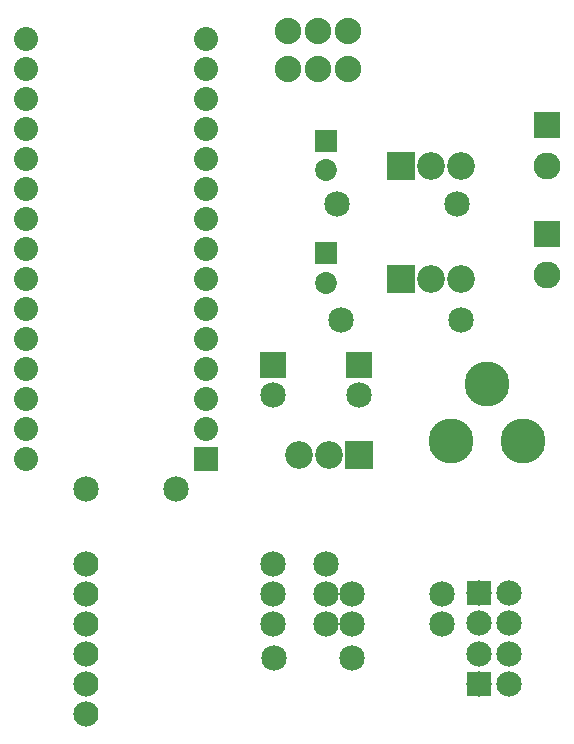
<source format=gbs>
G04 MADE WITH FRITZING*
G04 WWW.FRITZING.ORG*
G04 SINGLE SIDED*
G04 HOLES NOT PLATED*
G04 CONTOUR ON CENTER OF CONTOUR VECTOR*
%ASAXBY*%
%FSLAX23Y23*%
%MOIN*%
%OFA0B0*%
%SFA1.0B1.0*%
%ADD10C,0.080000*%
%ADD11C,0.092000*%
%ADD12C,0.085000*%
%ADD13C,0.150000*%
%ADD14C,0.084000*%
%ADD15C,0.090000*%
%ADD16C,0.072992*%
%ADD17C,0.084472*%
%ADD18C,0.088000*%
%ADD19R,0.079972X0.080000*%
%ADD20R,0.092000X0.092000*%
%ADD21R,0.085000X0.085000*%
%ADD22R,0.090000X0.090000*%
%ADD23R,0.072992X0.072992*%
%ADD24R,0.084108X0.084472*%
%LNMASK0*%
G90*
G70*
G54D10*
X682Y934D03*
X682Y1034D03*
X682Y1134D03*
X682Y1234D03*
X682Y1334D03*
X682Y1434D03*
X682Y1534D03*
X682Y1634D03*
X682Y1734D03*
X682Y1834D03*
X682Y1934D03*
X682Y2034D03*
X682Y2134D03*
X682Y2234D03*
X682Y2334D03*
X82Y934D03*
X82Y1034D03*
X82Y1134D03*
X82Y1234D03*
X82Y1334D03*
X82Y1434D03*
X82Y1534D03*
X82Y1634D03*
X82Y1734D03*
X82Y1834D03*
X82Y1934D03*
X82Y2034D03*
X82Y2134D03*
X82Y2234D03*
X82Y2334D03*
G54D11*
X1332Y1909D03*
X1432Y1909D03*
X1532Y1909D03*
X1332Y1534D03*
X1432Y1534D03*
X1532Y1534D03*
X1194Y946D03*
X1094Y946D03*
X994Y946D03*
G54D12*
X1194Y1246D03*
X1194Y1146D03*
X907Y1246D03*
X907Y1146D03*
G54D13*
X1499Y994D03*
X1739Y994D03*
X1619Y1184D03*
G54D14*
X282Y84D03*
X282Y184D03*
X282Y284D03*
X282Y384D03*
X282Y484D03*
X282Y584D03*
G54D15*
X1819Y2046D03*
X1819Y1908D03*
X1819Y1684D03*
X1819Y1546D03*
G54D12*
X1532Y1396D03*
X1132Y1396D03*
X1519Y1784D03*
X1119Y1784D03*
G54D16*
X1082Y1994D03*
X1082Y1896D03*
X1082Y1619D03*
X1082Y1521D03*
G54D17*
X1594Y184D03*
X1694Y184D03*
X1594Y284D03*
X1694Y284D03*
X1594Y385D03*
X1694Y385D03*
X1594Y485D03*
X1694Y485D03*
G54D12*
X907Y584D03*
X1082Y584D03*
X907Y484D03*
X1082Y484D03*
X907Y384D03*
X1082Y384D03*
X909Y271D03*
X1169Y271D03*
X582Y834D03*
X282Y834D03*
X1169Y484D03*
X1469Y484D03*
X1169Y384D03*
X1469Y384D03*
G54D18*
X957Y2359D03*
X1057Y2359D03*
X1157Y2359D03*
X957Y2234D03*
X1057Y2234D03*
X1157Y2234D03*
G54D19*
X682Y934D03*
G54D20*
X1332Y1909D03*
X1332Y1534D03*
X1194Y946D03*
G54D21*
X1194Y1246D03*
X907Y1246D03*
G54D22*
X1819Y2046D03*
X1819Y1684D03*
G54D23*
X1082Y1994D03*
X1082Y1619D03*
G54D24*
X1594Y184D03*
X1594Y485D03*
G04 End of Mask0*
M02*
</source>
